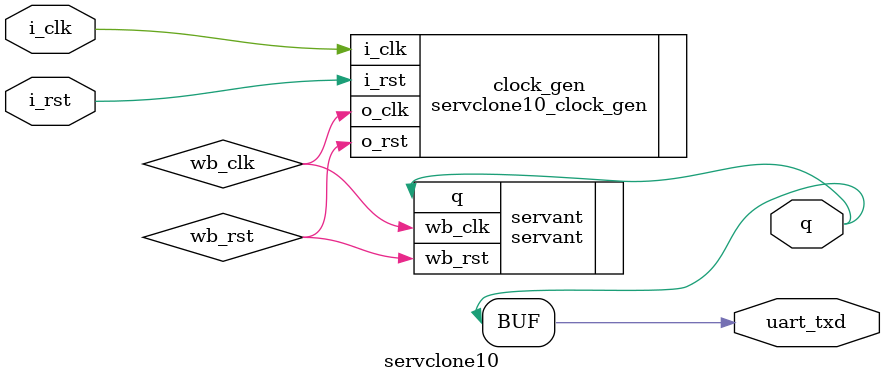
<source format=v>
`default_nettype none
module servclone10
(
 input wire 	   i_clk,
 input wire 	   i_rst,
 output wire 	   q,
 output wire 	   uart_txd);

   parameter memfile = "zephyr_hello.hex";
   parameter memsize = 8192;

   wire      wb_clk;
   wire      wb_rst;

   assign uart_txd = q;

   servclone10_clock_gen clock_gen
     (.i_clk (i_clk),
      .i_rst (i_rst),
      .o_clk (wb_clk),
      .o_rst (wb_rst));

   servant
     #(.memfile (memfile),
       .memsize (memsize))
   servant
     (.wb_clk (wb_clk),
      .wb_rst (wb_rst),
      .q      (q));

endmodule

</source>
